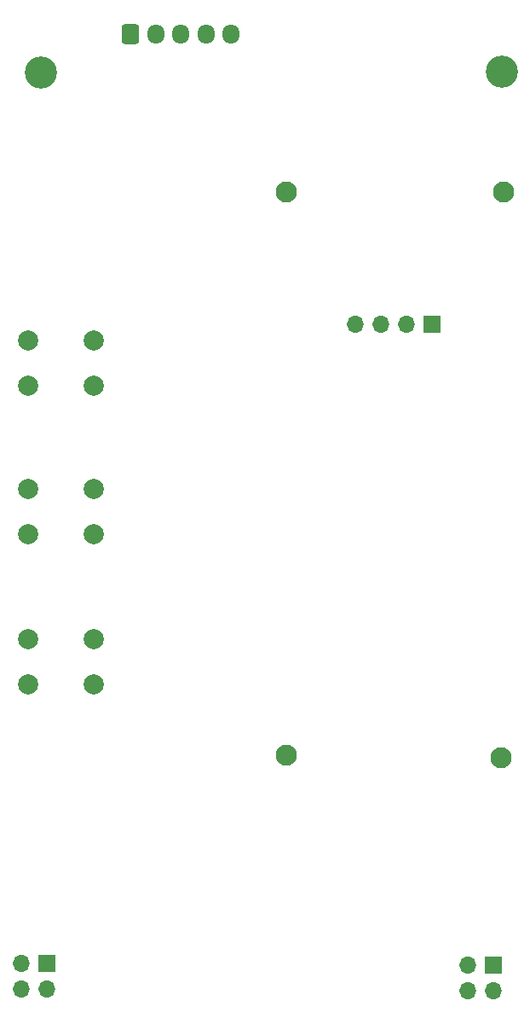
<source format=gbr>
%TF.GenerationSoftware,KiCad,Pcbnew,7.0.1*%
%TF.CreationDate,2023-05-25T09:43:19-05:00*%
%TF.ProjectId,power_supply,706f7765-725f-4737-9570-706c792e6b69,rev?*%
%TF.SameCoordinates,Original*%
%TF.FileFunction,Soldermask,Bot*%
%TF.FilePolarity,Negative*%
%FSLAX46Y46*%
G04 Gerber Fmt 4.6, Leading zero omitted, Abs format (unit mm)*
G04 Created by KiCad (PCBNEW 7.0.1) date 2023-05-25 09:43:19*
%MOMM*%
%LPD*%
G01*
G04 APERTURE LIST*
G04 Aperture macros list*
%AMRoundRect*
0 Rectangle with rounded corners*
0 $1 Rounding radius*
0 $2 $3 $4 $5 $6 $7 $8 $9 X,Y pos of 4 corners*
0 Add a 4 corners polygon primitive as box body*
4,1,4,$2,$3,$4,$5,$6,$7,$8,$9,$2,$3,0*
0 Add four circle primitives for the rounded corners*
1,1,$1+$1,$2,$3*
1,1,$1+$1,$4,$5*
1,1,$1+$1,$6,$7*
1,1,$1+$1,$8,$9*
0 Add four rect primitives between the rounded corners*
20,1,$1+$1,$2,$3,$4,$5,0*
20,1,$1+$1,$4,$5,$6,$7,0*
20,1,$1+$1,$6,$7,$8,$9,0*
20,1,$1+$1,$8,$9,$2,$3,0*%
G04 Aperture macros list end*
%ADD10RoundRect,0.250000X-0.600000X-0.725000X0.600000X-0.725000X0.600000X0.725000X-0.600000X0.725000X0*%
%ADD11O,1.700000X1.950000*%
%ADD12C,2.100000*%
%ADD13C,2.000000*%
%ADD14R,1.700000X1.700000*%
%ADD15O,1.700000X1.700000*%
%ADD16C,3.200000*%
G04 APERTURE END LIST*
D10*
%TO.C,J3*%
X192910000Y-34700000D03*
D11*
X195410000Y-34700000D03*
X197910000Y-34700000D03*
X200410000Y-34700000D03*
X202910000Y-34700000D03*
%TD*%
D12*
%TO.C,H1*%
X229940000Y-50410000D03*
%TD*%
D13*
%TO.C,RST*%
X189260000Y-69590000D03*
X182760000Y-69590000D03*
X189260000Y-65090000D03*
X182760000Y-65090000D03*
%TD*%
%TO.C,DWN*%
X189220000Y-99230000D03*
X182720000Y-99230000D03*
X189220000Y-94730000D03*
X182720000Y-94730000D03*
%TD*%
D12*
%TO.C,H3*%
X208400000Y-50350000D03*
%TD*%
D14*
%TO.C,J6*%
X222880000Y-63500000D03*
D15*
X220340000Y-63500000D03*
X217800000Y-63500000D03*
X215260000Y-63500000D03*
%TD*%
D16*
%TO.C,H5*%
X229770000Y-38490000D03*
%TD*%
D13*
%TO.C,UP*%
X182770000Y-79820000D03*
X189270000Y-79820000D03*
X182770000Y-84320000D03*
X189270000Y-84320000D03*
%TD*%
D16*
%TO.C,H6*%
X183960000Y-38570000D03*
%TD*%
D12*
%TO.C,H4*%
X208400000Y-106250000D03*
%TD*%
%TO.C,H2*%
X229760000Y-106520000D03*
%TD*%
D14*
%TO.C,J4*%
X228950000Y-127130000D03*
D15*
X226410000Y-127130000D03*
X228950000Y-129670000D03*
X226410000Y-129670000D03*
%TD*%
D14*
%TO.C,J5*%
X184580000Y-126890000D03*
D15*
X182040000Y-126890000D03*
X184580000Y-129430000D03*
X182040000Y-129430000D03*
%TD*%
M02*

</source>
